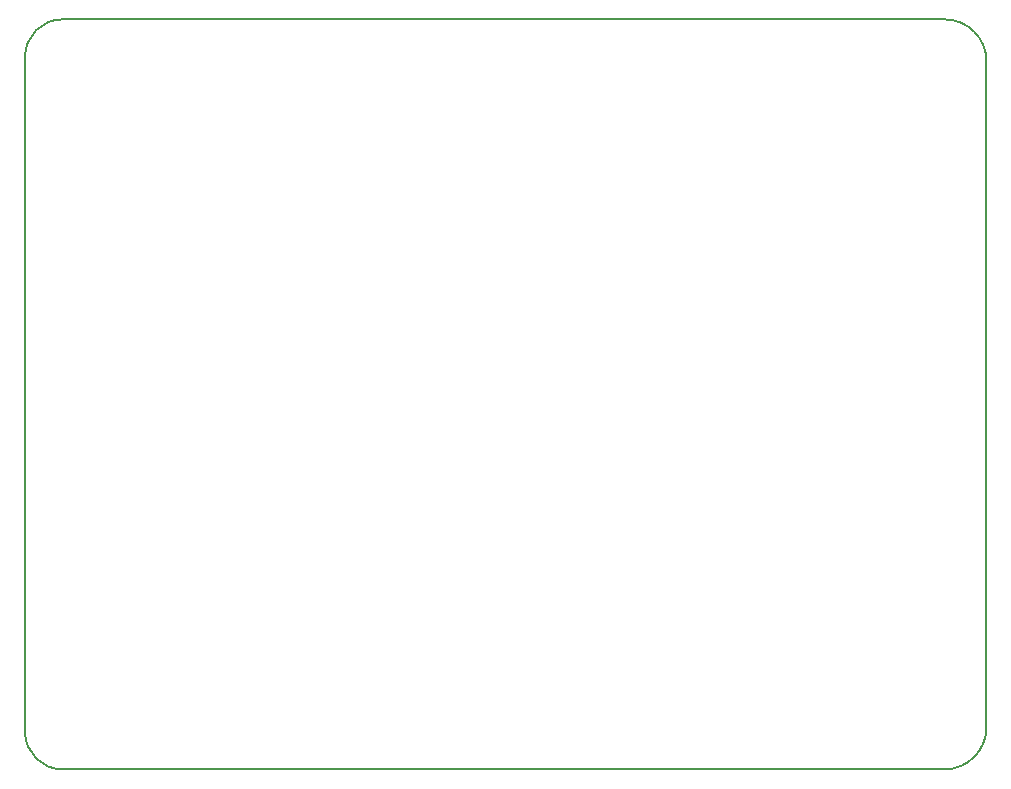
<source format=gbr>
G04 #@! TF.FileFunction,Profile,NP*
%FSLAX46Y46*%
G04 Gerber Fmt 4.6, Leading zero omitted, Abs format (unit mm)*
G04 Created by KiCad (PCBNEW 4.0.4-stable) date 08/21/17 00:53:09*
%MOMM*%
%LPD*%
G01*
G04 APERTURE LIST*
%ADD10C,0.100000*%
%ADD11C,0.150000*%
G04 APERTURE END LIST*
D10*
D11*
X3175000Y63500000D02*
X77851000Y63500000D01*
X77851000Y0D02*
X3175000Y0D01*
X81407000Y59944000D02*
X81407000Y3556000D01*
X77851000Y0D02*
G75*
G03X81407000Y3556000I0J3556000D01*
G01*
X81407000Y59944000D02*
G75*
G03X77851000Y63500000I-3556000J0D01*
G01*
X0Y60325000D02*
X0Y3175000D01*
X0Y3175000D02*
G75*
G03X3175000Y0I3175000J0D01*
G01*
X3175000Y63500000D02*
G75*
G03X0Y60325000I0J-3175000D01*
G01*
M02*

</source>
